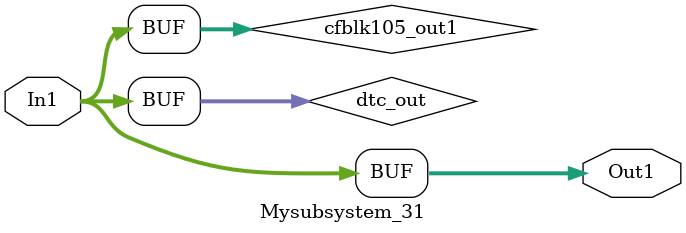
<source format=v>



`timescale 1 ns / 1 ns

module Mysubsystem_31
          (In1,
           Out1);


  input   [7:0] In1;  // uint8
  output  [7:0] Out1;  // uint8


  wire [7:0] dtc_out;  // ufix8
  wire [7:0] cfblk105_out1;  // uint8


  assign dtc_out = In1;



  assign cfblk105_out1 = dtc_out;



  assign Out1 = cfblk105_out1;

endmodule  // Mysubsystem_31


</source>
